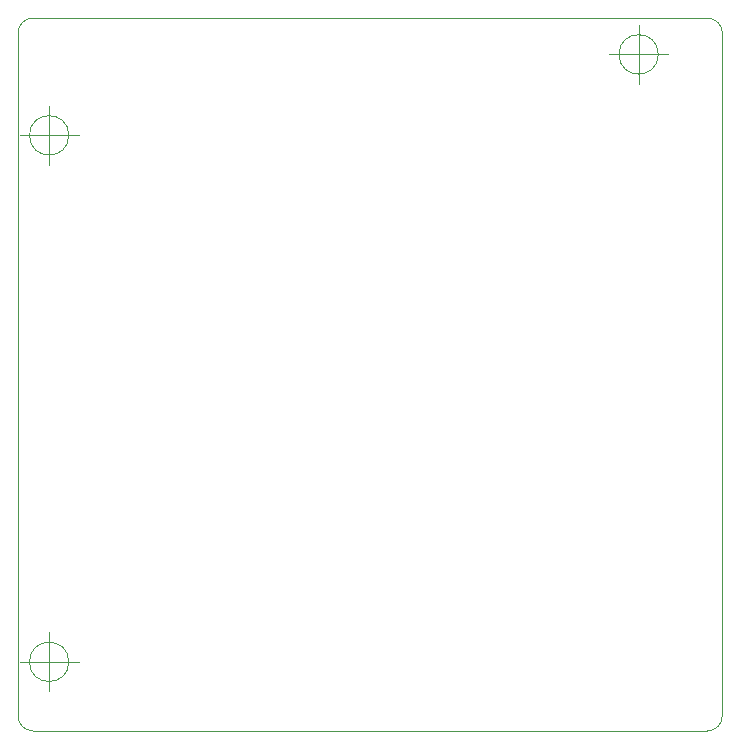
<source format=gbr>
G04 #@! TF.GenerationSoftware,KiCad,Pcbnew,(5.1.0)-1*
G04 #@! TF.CreationDate,2019-05-20T18:57:23+05:30*
G04 #@! TF.ProjectId,Console,436f6e73-6f6c-4652-9e6b-696361645f70,2.0.1*
G04 #@! TF.SameCoordinates,Original*
G04 #@! TF.FileFunction,Profile,NP*
%FSLAX46Y46*%
G04 Gerber Fmt 4.6, Leading zero omitted, Abs format (unit mm)*
G04 Created by KiCad (PCBNEW (5.1.0)-1) date 2019-05-20 18:57:23*
%MOMM*%
%LPD*%
G04 APERTURE LIST*
%ADD10C,0.050000*%
G04 APERTURE END LIST*
D10*
X62118666Y-39751000D02*
G75*
G03X62118666Y-39751000I-1666666J0D01*
G01*
X57952000Y-39751000D02*
X62952000Y-39751000D01*
X60452000Y-37251000D02*
X60452000Y-42251000D01*
X62118666Y-84328000D02*
G75*
G03X62118666Y-84328000I-1666666J0D01*
G01*
X57952000Y-84328000D02*
X62952000Y-84328000D01*
X60452000Y-81828000D02*
X60452000Y-86828000D01*
X112029666Y-32893000D02*
G75*
G03X112029666Y-32893000I-1666666J0D01*
G01*
X107863000Y-32893000D02*
X112863000Y-32893000D01*
X110363000Y-30393000D02*
X110363000Y-35393000D01*
X117449600Y-31089600D02*
X117449600Y-88900000D01*
X57810400Y-88900000D02*
X57810400Y-31089600D01*
X116179600Y-90170000D02*
X59080400Y-90170000D01*
X59080400Y-29819600D02*
X116179600Y-29819600D01*
X59080400Y-90170000D02*
G75*
G02X57810400Y-88900000I0J1270000D01*
G01*
X57810400Y-31089600D02*
G75*
G02X59080400Y-29819600I1270000J0D01*
G01*
X116179600Y-29819600D02*
G75*
G02X117449600Y-31089600I0J-1270000D01*
G01*
X117449600Y-88900000D02*
G75*
G02X116179600Y-90170000I-1270000J0D01*
G01*
M02*

</source>
